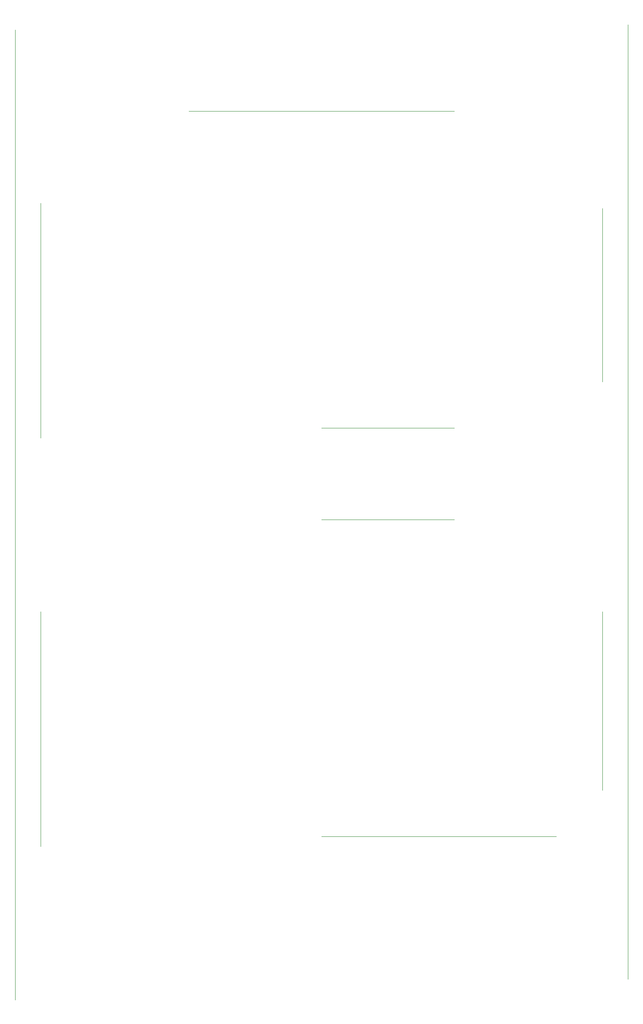
<source format=gbr>
G04 EAGLE Gerber RS-274X export*
G75*
%MOMM*%
%FSLAX34Y34*%
%LPD*%
%IN*%
%IPPOS*%
%AMOC8*
5,1,8,0,0,1.08239X$1,22.5*%
G01*
%ADD10C,0.000000*%


D10*
X50000Y1790000D02*
X50000Y-110000D01*
X100000Y190000D02*
X100000Y650000D01*
X100000Y990000D02*
X100000Y1450000D01*
X1200000Y1440000D02*
X1200000Y1100000D01*
X1200000Y650000D02*
X1200000Y300000D01*
X1110000Y210000D02*
X650000Y210000D01*
X1250000Y-70000D02*
X1250000Y1800000D01*
X910000Y1630000D02*
X390000Y1630000D01*
X650000Y1010000D02*
X910000Y1010000D01*
X910000Y830000D02*
X650000Y830000D01*
M02*

</source>
